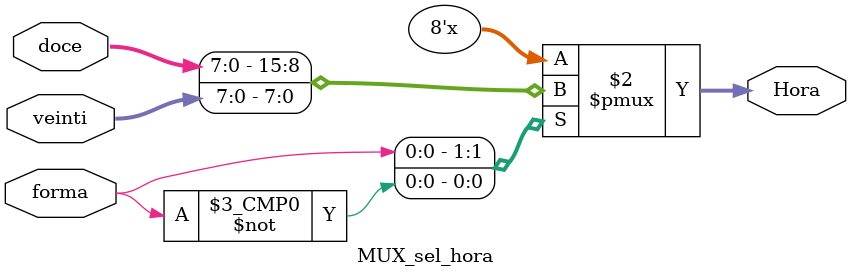
<source format=v>
`timescale 1ns / 1ps

module MUX_sel_hora(
	input forma,
	input [7:0] veinti,
	input [7:0] doce,
	output reg [7:0] Hora
	);

always @(veinti or doce or forma)
	begin
	case (forma)
	1'b1: begin Hora=doce; end
	1'b0: begin Hora=veinti; end
	endcase
	end
endmodule

</source>
